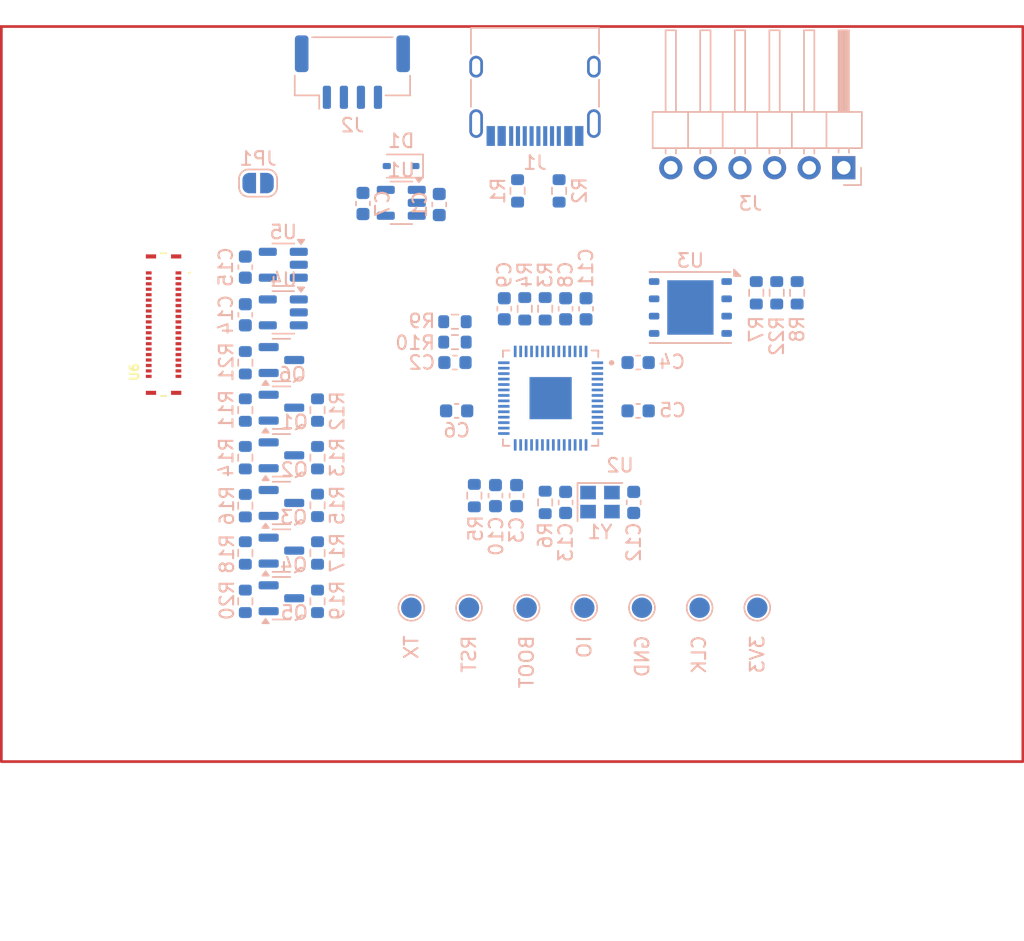
<source format=kicad_pcb>
(kicad_pcb (version 20240108) (generator "pcbnew") (generator_version "8.0")
  (layers (0 "F.Cu" signal) (31 "B.Cu" signal) (34 "B.Paste" user) (35 "F.Paste" user) (36 "B.SilkS" user "B.Silkscreen") (37 "F.SilkS" user "F.Silkscreen") (38 "B.Mask" user) (39 "F.Mask" user) (44 "Edge.Cuts" user))
  (net 0 "")
  (net 1 "+5V")
  (net 2 "GND")
  (net 3 "+3V3")
  (net 4 "Net-(U2-VREG_VOUT)")
  (net 5 "Net-(U2-XIN)")
  (net 6 "Net-(C13-Pad2)")
  (net 7 "+1V8")
  (net 8 "+2V8")
  (net 9 "/USB_D+")
  (net 10 "/USB_D-")
  (net 11 "Net-(J1-CC1)")
  (net 13 "Net-(J1-CC2)")
  (net 15 "/SCL")
  (net 16 "/SDA")
  (net 17 "/INT")
  (net 19 "Net-(JP1-B)")
  (net 20 "/Keyborad/TP_SHUTDOWN_1V8")
  (net 21 "/TP_SHUTDOWN")
  (net 22 "/Keyborad/TP_SCL_1V8")
  (net 23 "/TP_SCL")
  (net 24 "/Keyborad/TP_MOTION_1V8")
  (net 25 "/TP_MOTION")
  (net 26 "/TP_SDA")
  (net 27 "/Keyborad/TP_SDA_1V8")
  (net 28 "/Keyborad/TP_RESET_1V8")
  (net 29 "/TP_RESET")
  (net 30 "/BACKLIGHT")
  (net 31 "Net-(U2-USB_DP)")
  (net 32 "Net-(U2-USB_DM)")
  (net 33 "/~{RESET}")
  (net 34 "Net-(U2-XOUT)")
  (net 35 "/~{QSPI_CS}")
  (net 36 "/BOOTSEL")
  (net 37 "/SWCLK")
  (net 38 "/SWDIO")
  (net 39 "/TX")
  (net 41 "/COL1")
  (net 42 "/QSPI_SD3")
  (net 44 "/QSPI_SD0")
  (net 45 "/QSPI_SD1")
  (net 46 "/ROW1")
  (net 47 "/ROW6")
  (net 48 "/ROW7")
  (net 49 "/QSPI_SD2")
  (net 50 "/COL2")
  (net 52 "/COL5")
  (net 56 "/ROW2")
  (net 57 "/ROW5")
  (net 59 "/ROW3")
  (net 60 "/COL6")
  (net 61 "/COL4")
  (net 62 "/COL3")
  (net 63 "/MIC")
  (net 64 "/QSPI_SCLK")
  (net 65 "/ROW4")
  (net 68 "Net-(Q6-D)")
  (footprint "BM20B_0:HRS_BM20B_0.8_-40DS-0.4V_51_" (layer "F.Cu") (at 67.41 70.4 90)
    (property "Reference" "U6" (at -3.49 -2.15 90) (layer "F.SilkS") (effects (font (size 0.629921 0.629921))))
    (property "Value" "BBQ20KBD")
    (pad "1" smd rect (at 3.8 1.09 90) (size 0.23 0.42) (layers "F.Cu") (net 2 "GND"))
    (pad "2" smd rect (at 3.8 -1.09 90) (size 0.23 0.42) (layers "F.Cu") (net 20 "/Keyborad/TP_SHUTDOWN_1V8"))
    (pad "3" smd rect (at 3.4 1.09 90) (size 0.23 0.42) (layers "F.Cu") (net 22 "/Keyborad/TP_SCL_1V8"))
    (pad "4" smd rect (at 3.4 -1.09 90) (size 0.23 0.42) (layers "F.Cu") (net 24 "/Keyborad/TP_MOTION_1V8"))
    (pad "5" smd rect (at 3 1.09 90) (size 0.23 0.42) (layers "F.Cu") (net 27 "/Keyborad/TP_SDA_1V8"))
    (pad "6" smd rect (at 3 -1.09 90) (size 0.23 0.42) (layers "F.Cu") (net 28 "/Keyborad/TP_RESET_1V8"))
    (pad "7" smd rect (at 2.6 1.09 90) (size 0.23 0.42) (layers "F.Cu") (net 2 "GND"))
    (pad "8" smd rect (at 2.6 -1.09 90) (size 0.23 0.42) (layers "F.Cu") (net 8 "+2V8"))
    (pad "9" smd rect (at 2.2 1.09 90) (size 0.23 0.42) (layers "F.Cu") (net 2 "GND"))
    (pad "10" smd rect (at 2.2 -1.09 90) (size 0.23 0.42) (layers "F.Cu") (net 7 "+1V8"))
    (pad "11" smd rect (at 1.8 1.09 90) (size 0.23 0.42) (layers "F.Cu") (net 2 "GND"))
    (pad "12" smd rect (at 1.8 -1.09 90) (size 0.23 0.42) (layers "F.Cu") (net 41 "/COL1"))
    (pad "13" smd rect (at 1.4 1.09 90) (size 0.23 0.42) (layers "F.Cu") (net 50 "/COL2"))
    (pad "14" smd rect (at 1.4 -1.09 90) (size 0.23 0.42) (layers "F.Cu") (net 62 "/COL3"))
    (pad "15" smd rect (at 1 1.09 90) (size 0.23 0.42) (layers "F.Cu") (net 61 "/COL4"))
    (pad "16" smd rect (at 1 -1.09 90) (size 0.23 0.42) (layers "F.Cu") (net 52 "/COL5"))
    (pad "17" smd rect (at 0.6 1.09 90) (size 0.23 0.42) (layers "F.Cu") (net 60 "/COL6"))
    (pad "18" smd rect (at 0.6 -1.09 90) (size 0.23 0.42) (layers "F.Cu") (net 36 "/BOOTSEL"))
    (pad "19" smd rect (at 0.2 1.09 90) (size 0.23 0.42) (layers "F.Cu") (net 2 "GND"))
    (pad "20" smd rect (at 0.2 -1.09 90) (size 0.23 0.42) (layers "F.Cu") (net 2 "GND"))
    (pad "21" smd rect (at -0.2 1.09 90) (size 0.23 0.42) (layers "F.Cu") (net 2 "GND"))
    (pad "22" smd rect (at -0.2 -1.09 90) (size 0.23 0.42) (layers "F.Cu") (net 2 "GND"))
    (pad "23" smd rect (at -0.6 1.09 90) (size 0.23 0.42) (layers "F.Cu") (net 63 "/MIC"))
    (pad "24" smd rect (at -0.6 -1.09 90) (size 0.23 0.42) (layers "F.Cu") (net 19 "Net-(JP1-B)"))
    (pad "25" smd rect (at -1 1.09 90) (size 0.23 0.42) (layers "F.Cu") (net 2 "GND"))
    (pad "26" smd rect (at -1 -1.09 90) (size 0.23 0.42) (layers "F.Cu") (net 48 "/ROW7"))
    (pad "27" smd rect (at -1.4 1.09 90) (size 0.23 0.42) (layers "F.Cu") (net 47 "/ROW6"))
    (pad "28" smd rect (at -1.4 -1.09 90) (size 0.23 0.42) (layers "F.Cu") (net 57 "/ROW5"))
    (pad "29" smd rect (at -1.8 1.09 90) (size 0.23 0.42) (layers "F.Cu") (net 65 "/ROW4"))
    (pad "30" smd rect (at -1.8 -1.09 90) (size 0.23 0.42) (layers "F.Cu") (net 59 "/ROW3"))
    (pad "31" smd rect (at -2.2 1.09 90) (size 0.23 0.42) (layers "F.Cu") (net 56 "/ROW2"))
    (pad "32" smd rect (at -2.2 -1.09 90) (size 0.23 0.42) (layers "F.Cu") (net 46 "/ROW1"))
    (pad "33" smd rect (at -2.6 1.09 90) (size 0.23 0.42) (layers "F.Cu") (net 68 "Net-(Q6-D)"))
    (pad "34" smd rect (at -2.6 -1.09 90) (size 0.23 0.42) (layers "F.Cu") (net 3 "+3V3"))
    (pad "35" smd rect (at -3 1.09 90) (size 0.23 0.42) (layers "F.Cu") (net 68 "Net-(Q6-D)"))
    (pad "36" smd rect (at -3 -1.09 90) (size 0.23 0.42) (layers "F.Cu") (net 3 "+3V3"))
    (pad "37" smd rect (at -3.4 1.09 90) (size 0.23 0.42) (layers "F.Cu") (net 68 "Net-(Q6-D)"))
    (pad "38" smd rect (at -3.4 -1.09 90) (size 0.23 0.42) (layers "F.Cu"))
    (pad "39" smd rect (at -3.8 1.09 90) (size 0.23 0.42) (layers "F.Cu"))
    (pad "40" smd rect (at -3.8 -1.09 90) (size 0.23 0.42) (layers "F.Cu") (net 2 "GND"))
    (pad "S1" smd rect (at 5.01 0.925 90) (size 0.3 0.75) (layers "F.Cu" "F.Paste" "F.Mask"))
    (pad "S2" smd rect (at 5.01 -0.925 90) (size 0.3 0.75) (layers "F.Cu" "F.Paste" "F.Mask"))
    (pad "S3" smd rect (at -5.01 0.925 90) (size 0.3 0.75) (layers "F.Cu" "F.Paste" "F.Mask"))
    (pad "S4" smd rect (at -5.01 -0.925 90) (size 0.3 0.75) (layers "F.Cu" "F.Paste" "F.Mask"))
  )
  (footprint "RP2040:QFN40P700X700X90-57N" (layer "B.Cu") (at 95.8275 75.8 180)
    (property "Reference" "U2" (at -5.1 -4.935 0) (layer "B.SilkS") (effects (justify mirror)))
    (property "Value" "~")
    (pad "1" smd roundrect (at -3.435 2.6 180) (size 0.84 0.2) (layers "B.Cu" "B.Paste" "B.Mask") (roundrect_rratio 0.125) (net 3 "+3V3"))
    (pad "2" smd roundrect (at -3.435 2.2 180) (size 0.84 0.2) (layers "B.Cu" "B.Paste" "B.Mask") (roundrect_rratio 0.125) (net 17 "/INT"))
    (pad "3" smd roundrect (at -3.435 1.8 180) (size 0.84 0.2) (layers "B.Cu" "B.Paste" "B.Mask") (roundrect_rratio 0.125) (net 46 "/ROW1"))
    (pad "4" smd roundrect (at -3.435 1.4 180) (size 0.84 0.2) (layers "B.Cu" "B.Paste" "B.Mask") (roundrect_rratio 0.125) (net 56 "/ROW2"))
    (pad "5" smd roundrect (at -3.435 1 180) (size 0.84 0.2) (layers "B.Cu" "B.Paste" "B.Mask") (roundrect_rratio 0.125) (net 59 "/ROW3"))
    (pad "6" smd roundrect (at -3.435 0.6 180) (size 0.84 0.2) (layers "B.Cu" "B.Paste" "B.Mask") (roundrect_rratio 0.125) (net 65 "/ROW4"))
    (pad "7" smd roundrect (at -3.435 0.2 180) (size 0.84 0.2) (layers "B.Cu" "B.Paste" "B.Mask") (roundrect_rratio 0.125) (net 57 "/ROW5"))
    (pad "8" smd roundrect (at -3.435 -0.2 180) (size 0.84 0.2) (layers "B.Cu" "B.Paste" "B.Mask") (roundrect_rratio 0.125) (net 47 "/ROW6"))
    (pad "9" smd roundrect (at -3.435 -0.6 180) (size 0.84 0.2) (layers "B.Cu" "B.Paste" "B.Mask") (roundrect_rratio 0.125) (net 48 "/ROW7"))
    (pad "10" smd roundrect (at -3.435 -1 180) (size 0.84 0.2) (layers "B.Cu" "B.Paste" "B.Mask") (roundrect_rratio 0.125) (net 3 "+3V3"))
    (pad "11" smd roundrect (at -3.435 -1.4 180) (size 0.84 0.2) (layers "B.Cu" "B.Paste" "B.Mask") (roundrect_rratio 0.125) (net 41 "/COL1"))
    (pad "12" smd roundrect (at -3.435 -1.8 180) (size 0.84 0.2) (layers "B.Cu" "B.Paste" "B.Mask") (roundrect_rratio 0.125) (net 50 "/COL2"))
    (pad "13" smd roundrect (at -3.435 -2.2 180) (size 0.84 0.2) (layers "B.Cu" "B.Paste" "B.Mask") (roundrect_rratio 0.125) (net 62 "/COL3"))
    (pad "14" smd roundrect (at -3.435 -2.6 180) (size 0.84 0.2) (layers "B.Cu" "B.Paste" "B.Mask") (roundrect_rratio 0.125) (net 61 "/COL4"))
    (pad "15" smd roundrect (at -2.6 -3.435 180) (size 0.2 0.84) (layers "B.Cu" "B.Paste" "B.Mask") (roundrect_rratio 0.125) (net 52 "/COL5"))
    (pad "16" smd roundrect (at -2.2 -3.435 180) (size 0.2 0.84) (layers "B.Cu" "B.Paste" "B.Mask") (roundrect_rratio 0.125) (net 60 "/COL6"))
    (pad "17" smd roundrect (at -1.8 -3.435 180) (size 0.2 0.84) (layers "B.Cu" "B.Paste" "B.Mask") (roundrect_rratio 0.125) (net 36 "/BOOTSEL"))
    (pad "18" smd roundrect (at -1.4 -3.435 180) (size 0.2 0.84) (layers "B.Cu" "B.Paste" "B.Mask") (roundrect_rratio 0.125))
    (pad "19" smd roundrect (at -1 -3.435 180) (size 0.2 0.84) (layers "B.Cu" "B.Paste" "B.Mask") (roundrect_rratio 0.125))
    (pad "20" smd roundrect (at -0.6 -3.435 180) (size 0.2 0.84) (layers "B.Cu" "B.Paste" "B.Mask") (roundrect_rratio 0.125) (net 5 "Net-(U2-XIN)"))
    (pad "21" smd roundrect (at -0.2 -3.435 180) (size 0.2 0.84) (layers "B.Cu" "B.Paste" "B.Mask") (roundrect_rratio 0.125) (net 34 "Net-(U2-XOUT)"))
    (pad "22" smd roundrect (at 0.2 -3.435 180) (size 0.2 0.84) (layers "B.Cu" "B.Paste" "B.Mask") (roundrect_rratio 0.125) (net 3 "+3V3"))
    (pad "23" smd roundrect (at 0.6 -3.435 180) (size 0.2 0.84) (layers "B.Cu" "B.Paste" "B.Mask") (roundrect_rratio 0.125) (net 4 "Net-(U2-VREG_VOUT)"))
    (pad "24" smd roundrect (at 1 -3.435 180) (size 0.2 0.84) (layers "B.Cu" "B.Paste" "B.Mask") (roundrect_rratio 0.125) (net 37 "/SWCLK"))
    (pad "25" smd roundrect (at 1.4 -3.435 180) (size 0.2 0.84) (layers "B.Cu" "B.Paste" "B.Mask") (roundrect_rratio 0.125) (net 38 "/SWDIO"))
    (pad "26" smd roundrect (at 1.8 -3.435 180) (size 0.2 0.84) (layers "B.Cu" "B.Paste" "B.Mask") (roundrect_rratio 0.125) (net 33 "/~{RESET}"))
    (pad "27" smd roundrect (at 2.2 -3.435 180) (size 0.2 0.84) (layers "B.Cu" "B.Paste" "B.Mask") (roundrect_rratio 0.125) (net 29 "/TP_RESET"))
    (pad "28" smd roundrect (at 2.6 -3.435 180) (size 0.2 0.84) (layers "B.Cu" "B.Paste" "B.Mask") (roundrect_rratio 0.125))
    (pad "29" smd roundrect (at 3.435 -2.6 180) (size 0.84 0.2) (layers "B.Cu" "B.Paste" "B.Mask") (roundrect_rratio 0.125) (net 26 "/TP_SDA"))
    (pad "30" smd roundrect (at 3.435 -2.2 180) (size 0.84 0.2) (layers "B.Cu" "B.Paste" "B.Mask") (roundrect_rratio 0.125))
    (pad "31" smd roundrect (at 3.435 -1.8 180) (size 0.84 0.2) (layers "B.Cu" "B.Paste" "B.Mask") (roundrect_rratio 0.125) (net 39 "/TX"))
    (pad "32" smd roundrect (at 3.435 -1.4 180) (size 0.84 0.2) (layers "B.Cu" "B.Paste" "B.Mask") (roundrect_rratio 0.125))
    (pad "33" smd roundrect (at 3.435 -1 180) (size 0.84 0.2) (layers "B.Cu" "B.Paste" "B.Mask") (roundrect_rratio 0.125) (net 3 "+3V3"))
    (pad "34" smd roundrect (at 3.435 -0.6 180) (size 0.84 0.2) (layers "B.Cu" "B.Paste" "B.Mask") (roundrect_rratio 0.125) (net 25 "/TP_MOTION"))
    (pad "35" smd roundrect (at 3.435 -0.2 180) (size 0.84 0.2) (layers "B.Cu" "B.Paste" "B.Mask") (roundrect_rratio 0.125) (net 23 "/TP_SCL"))
    (pad "36" smd roundrect (at 3.435 0.2 180) (size 0.84 0.2) (layers "B.Cu" "B.Paste" "B.Mask") (roundrect_rratio 0.125) (net 21 "/TP_SHUTDOWN"))
    (pad "37" smd roundrect (at 3.435 0.6 180) (size 0.84 0.2) (layers "B.Cu" "B.Paste" "B.Mask") (roundrect_rratio 0.125) (net 30 "/BACKLIGHT"))
    (pad "38" smd roundrect (at 3.435 1 180) (size 0.84 0.2) (layers "B.Cu" "B.Paste" "B.Mask") (roundrect_rratio 0.125))
    (pad "39" smd roundrect (at 3.435 1.4 180) (size 0.84 0.2) (layers "B.Cu" "B.Paste" "B.Mask") (roundrect_rratio 0.125) (net 63 "/MIC"))
    (pad "40" smd roundrect (at 3.435 1.8 180) (size 0.84 0.2) (layers "B.Cu" "B.Paste" "B.Mask") (roundrect_rratio 0.125) (net 16 "/SDA"))
    (pad "41" smd roundrect (at 3.435 2.2 180) (size 0.84 0.2) (layers "B.Cu" "B.Paste" "B.Mask") (roundrect_rratio 0.125) (net 15 "/SCL"))
    (pad "42" smd roundrect (at 3.435 2.6 180) (size 0.84 0.2) (layers "B.Cu" "B.Paste" "B.Mask") (roundrect_rratio 0.125) (net 3 "+3V3"))
    (pad "43" smd roundrect (at 2.6 3.435 180) (size 0.2 0.84) (layers "B.Cu" "B.Paste" "B.Mask") (roundrect_rratio 0.125) (net 3 "+3V3"))
    (pad "44" smd roundrect (at 2.2 3.435 180) (size 0.2 0.84) (layers "B.Cu" "B.Paste" "B.Mask") (roundrect_rratio 0.125) (net 3 "+3V3"))
    (pad "45" smd roundrect (at 1.8 3.435 180) (size 0.2 0.84) (layers "B.Cu" "B.Paste" "B.Mask") (roundrect_rratio 0.125) (net 4 "Net-(U2-VREG_VOUT)"))
    (pad "46" smd roundrect (at 1.4 3.435 180) (size 0.2 0.84) (layers "B.Cu" "B.Paste" "B.Mask") (roundrect_rratio 0.125) (net 32 "Net-(U2-USB_DM)"))
    (pad "47" smd roundrect (at 1 3.435 180) (size 0.2 0.84) (layers "B.Cu" "B.Paste" "B.Mask") (roundrect_rratio 0.125) (net 31 "Net-(U2-USB_DP)"))
    (pad "48" smd roundrect (at 0.6 3.435 180) (size 0.2 0.84) (layers "B.Cu" "B.Paste" "B.Mask") (roundrect_rratio 0.125) (net 3 "+3V3"))
    (pad "49" smd roundrect (at 0.2 3.435 180) (size 0.2 0.84) (layers "B.Cu" "B.Paste" "B.Mask") (roundrect_rratio 0.125) (net 3 "+3V3"))
    (pad "50" smd roundrect (at -0.2 3.435 180) (size 0.2 0.84) (layers "B.Cu" "B.Paste" "B.Mask") (roundrect_rratio 0.125) (net 4 "Net-(U2-VREG_VOUT)"))
    (pad "51" smd roundrect (at -0.6 3.435 180) (size 0.2 0.84) (layers "B.Cu" "B.Paste" "B.Mask") (roundrect_rratio 0.125) (net 42 "/QSPI_SD3"))
    (pad "52" smd roundrect (at -1 3.435 180) (size 0.2 0.84) (layers "B.Cu" "B.Paste" "B.Mask") (roundrect_rratio 0.125) (net 64 "/QSPI_SCLK"))
    (pad "53" smd roundrect (at -1.4 3.435 180) (size 0.2 0.84) (layers "B.Cu" "B.Paste" "B.Mask") (roundrect_rratio 0.125) (net 44 "/QSPI_SD0"))
    (pad "54" smd roundrect (at -1.8 3.435 180) (size 0.2 0.84) (layers "B.Cu" "B.Paste" "B.Mask") (roundrect_rratio 0.125) (net 49 "/QSPI_SD2"))
    (pad "55" smd roundrect (at -2.2 3.435 180) (size 0.2 0.84) (layers "B.Cu" "B.Paste" "B.Mask") (roundrect_rratio 0.125) (net 45 "/QSPI_SD1"))
    (pad "56" smd roundrect (at -2.6 3.435 180) (size 0.2 0.84) (layers "B.Cu" "B.Paste" "B.Mask") (roundrect_rratio 0.125) (net 35 "/~{QSPI_CS}"))
    (pad "57" smd rect (at 0 0 180) (size 3.1 3.1) (layers "B.Cu" "B.Mask") (net 2 "GND"))
  )
  (footprint "Resistor_SMD:R_0603_1608Metric" (layer "B.Cu") (at 112.4275 68.06 90)
    (property "Reference" "R22" (at -3.175 0 90) (layer "B.SilkS") (effects (justify mirror)))
    (property "Value" "1k")
    (pad "1" smd roundrect (at -0.825 0 90) (size 0.8 0.95) (layers "B.Cu" "B.Paste" "B.Mask") (net 36 "/BOOTSEL"))
    (pad "2" smd roundrect (at 0.825 0 90) (size 0.8 0.95) (layers "B.Cu" "B.Paste" "B.Mask") (net 35 "/~{QSPI_CS}"))
  )
  (footprint "Package_TO_SOT_SMD:SOT-23" (layer "B.Cu") (at 76.0625 80)
    (property "Reference" "Q2" (at 0.95 1.05 0) (layer "B.SilkS") (effects (justify mirror)))
    (property "Value" "BSS138")
    (pad "1" smd roundrect (at -0.9375 0.95) (size 1.475 0.6) (layers "B.Cu" "B.Paste" "B.Mask") (net 7 "+1V8"))
    (pad "2" smd roundrect (at -0.9375 -0.95) (size 1.475 0.6) (layers "B.Cu" "B.Paste" "B.Mask") (net 22 "/Keyborad/TP_SCL_1V8"))
    (pad "3" smd roundrect (at 0.9375 0) (size 1.475 0.6) (layers "B.Cu" "B.Paste" "B.Mask") (net 23 "/TP_SCL"))
  )
  (footprint "Jumper:SolderJumper-2_P1.3mm_Open_RoundedPad1.0x1.5mm" (layer "B.Cu") (at 74.35 60 180)
    (property "Reference" "JP1" (at 0 1.8 0) (layer "B.SilkS") (effects (justify mirror)))
    (property "Value" "SolderJumper_2_Open")
    (pad "1" smd custom (at -0.65 0 180) (size 1 0.5) (layers "B.Cu" "B.Mask") (net 3 "+3V3") (options (clearance outline) (anchor rect)) (primitives (gr_circle (center 0 -0.25) (end 0.5 -0.25) (width 0) (fill yes)) (gr_circle (center 0 0.25) (end 0.5 0.25) (width 0) (fill yes)) (gr_poly (pts (xy 0.5 -0.75) (xy 0 -0.75) (xy 0 0.75) (xy 0.5 0.75)) (width 0) (fill yes))))
    (pad "2" smd custom (at 0.65 0 180) (size 1 0.5) (layers "B.Cu" "B.Mask") (net 19 "Net-(JP1-B)") (options (clearance outline) (anchor rect)) (primitives (gr_circle (center 0 -0.25) (end 0.5 -0.25) (width 0) (fill yes)) (gr_circle (center 0 0.25) (end 0.5 0.25) (width 0) (fill yes)) (gr_poly (pts (xy 0 -0.75) (xy -0.5 -0.75) (xy -0.5 0.75) (xy 0 0.75)) (width 0) (fill yes))))
  )
  (footprint "Capacitor_SMD:C_0603_1608Metric" (layer "B.Cu") (at 88.9275 76.735)
    (property "Reference" "C6" (at 0 1.43 0) (layer "B.SilkS") (effects (justify mirror)))
    (property "Value" "0.1uF")
    (pad "1" smd roundrect (at -0.775 0) (size 0.9 0.95) (layers "B.Cu" "B.Paste" "B.Mask") (net 2 "GND"))
    (pad "2" smd roundrect (at 0.775 0) (size 0.9 0.95) (layers "B.Cu" "B.Paste" "B.Mask") (net 3 "+3V3"))
  )
  (footprint "Resistor_SMD:R_0603_1608Metric" (layer "B.Cu") (at 95.4275 83.46 90)
    (property "Reference" "R6" (at -2.425 0 90) (layer "B.SilkS") (effects (justify mirror)))
    (property "Value" "1k")
    (pad "1" smd roundrect (at -0.825 0 90) (size 0.8 0.95) (layers "B.Cu" "B.Paste" "B.Mask") (net 6 "Net-(C13-Pad2)"))
    (pad "2" smd roundrect (at 0.825 0 90) (size 0.8 0.95) (layers "B.Cu" "B.Paste" "B.Mask") (net 34 "Net-(U2-XOUT)"))
  )
  (footprint "Resistor_SMD:R_0603_1608Metric" (layer "B.Cu") (at 73.4125 90.725 90)
    (property "Reference" "R20" (at 0.075 -1.35 90) (layer "B.SilkS") (effects (justify mirror)))
    (property "Value" "10k")
    (pad "1" smd roundrect (at -0.825 0 90) (size 0.8 0.95) (layers "B.Cu" "B.Paste" "B.Mask") (net 7 "+1V8"))
    (pad "2" smd roundrect (at 0.825 0 90) (size 0.8 0.95) (layers "B.Cu" "B.Paste" "B.Mask") (net 28 "/Keyborad/TP_RESET_1V8"))
  )
  (footprint "Capacitor_SMD:C_0603_1608Metric" (layer "B.Cu") (at 82.05 61.5 90)
    (property "Reference" "C7" (at 0 1.43 90) (layer "B.SilkS") (effects (justify mirror)))
    (property "Value" "0.1uF")
    (pad "1" smd roundrect (at -0.775 0 90) (size 0.9 0.95) (layers "B.Cu" "B.Paste" "B.Mask") (net 2 "GND"))
    (pad "2" smd roundrect (at 0.775 0 90) (size 0.9 0.95) (layers "B.Cu" "B.Paste" "B.Mask") (net 3 "+3V3"))
  )
  (footprint "Capacitor_SMD:C_0603_1608Metric" (layer "B.Cu") (at 96.9275 69.235 -90)
    (property "Reference" "C8" (at -2.5 0 90) (layer "B.SilkS") (effects (justify mirror)))
    (property "Value" "1uF")
    (pad "1" smd roundrect (at -0.775 0 270) (size 0.9 0.95) (layers "B.Cu" "B.Paste" "B.Mask") (net 2 "GND"))
    (pad "2" smd roundrect (at 0.775 0 270) (size 0.9 0.95) (layers "B.Cu" "B.Paste" "B.Mask") (net 3 "+3V3"))
  )
  (footprint "Package_TO_SOT_SMD:SOT-23" (layer "B.Cu") (at 76.0625 76.5)
    (property "Reference" "Q1" (at 0.95 1.05 0) (layer "B.SilkS") (effects (justify mirror)))
    (property "Value" "BSS138")
    (pad "1" smd roundrect (at -0.9375 0.95) (size 1.475 0.6) (layers "B.Cu" "B.Paste" "B.Mask") (net 7 "+1V8"))
    (pad "2" smd roundrect (at -0.9375 -0.95) (size 1.475 0.6) (layers "B.Cu" "B.Paste" "B.Mask") (net 20 "/Keyborad/TP_SHUTDOWN_1V8"))
    (pad "3" smd roundrect (at 0.9375 0) (size 1.475 0.6) (layers "B.Cu" "B.Paste" "B.Mask") (net 21 "/TP_SHUTDOWN"))
  )
  (footprint "Capacitor_SMD:C_0603_1608Metric" (layer "B.Cu") (at 87.65 61.575 -90)
    (property "Reference" "C1" (at 0 1.43 90) (layer "B.SilkS") (effects (justify mirror)))
    (property "Value" "10uF")
    (pad "1" smd roundrect (at -0.775 0 270) (size 0.9 0.95) (layers "B.Cu" "B.Paste" "B.Mask") (net 1 "+5V"))
    (pad "2" smd roundrect (at 0.775 0 270) (size 0.9 0.95) (layers "B.Cu" "B.Paste" "B.Mask") (net 2 "GND"))
  )
  (footprint "Package_SON:WSON-8-1EP_6x5mm_P1.27mm_EP3.4x4mm" (layer "B.Cu") (at 106.09 69.14 180)
    (property "Reference" "U3" (at 0 3.45 0) (layer "B.SilkS") (effects (justify mirror)))
    (property "Value" "W25Q64JV")
    (pad "1" smd roundrect (at -2.6625 1.905 180) (size 0.775 0.5) (layers "B.Cu" "B.Paste" "B.Mask") (net 35 "/~{QSPI_CS}"))
    (pad "2" smd roundrect (at -2.6625 0.635 180) (size 0.775 0.5) (layers "B.Cu" "B.Paste" "B.Mask") (net 45 "/QSPI_SD1"))
    (pad "3" smd roundrect (at -2.6625 -0.635 180) (size 0.775 0.5) (layers "B.Cu" "B.Paste" "B.Mask") (net 49 "/QSPI_SD2"))
    (pad "4" smd roundrect (at -2.6625 -1.905 180) (size 0.775 0.5) (layers "B.Cu" "B.Paste" "B.Mask") (net 2 "GND"))
    (pad "5" smd roundrect (at 2.6625 -1.905 180) (size 0.775 0.5) (layers "B.Cu" "B.Paste" "B.Mask") (net 44 "/QSPI_SD0"))
    (pad "6" smd roundrect (at 2.6625 -0.635 180) (size 0.775 0.5) (layers "B.Cu" "B.Paste" "B.Mask") (net 64 "/QSPI_SCLK"))
    (pad "7" smd roundrect (at 2.6625 0.635 180) (size 0.775 0.5) (layers "B.Cu" "B.Paste" "B.Mask") (net 42 "/QSPI_SD3"))
    (pad "8" smd roundrect (at 2.6625 1.905 180) (size 0.775 0.5) (layers "B.Cu" "B.Paste" "B.Mask") (net 3 "+3V3"))
    (pad "9" smd rect (at 0 0 180) (size 3.4 4) (property pad_prop_heatsink) (layers "B.Cu" "B.Mask") (net 2 "GND"))
  )
  (footprint "Package_TO_SOT_SMD:SOT-23" (layer "B.Cu") (at 76.0625 87)
    (property "Reference" "Q4" (at 0.9 1.05 0) (layer "B.SilkS") (effects (justify mirror)))
    (property "Value" "BSS138")
    (pad "1" smd roundrect (at -0.9375 0.95) (size 1.475 0.6) (layers "B.Cu" "B.Paste" "B.Mask") (net 7 "+1V8"))
    (pad "2" smd roundrect (at -0.9375 -0.95) (size 1.475 0.6) (layers "B.Cu" "B.Paste" "B.Mask") (net 27 "/Keyborad/TP_SDA_1V8"))
    (pad "3" smd roundrect (at 0.9375 0) (size 1.475 0.6) (layers "B.Cu" "B.Paste" "B.Mask") (net 26 "/TP_SDA"))
  )
  (footprint "Resistor_SMD:R_0603_1608Metric" (layer "B.Cu") (at 113.9275 68.06 -90)
    (property "Reference" "R8" (at 2.675 0 90) (layer "B.SilkS") (effects (justify mirror)))
    (property "Value" "4.7k")
    (pad "1" smd roundrect (at -0.825 0 270) (size 0.8 0.95) (layers "B.Cu" "B.Paste" "B.Mask") (net 3 "+3V3"))
    (pad "2" smd roundrect (at 0.825 0 270) (size 0.8 0.95) (layers "B.Cu" "B.Paste" "B.Mask") (net 17 "/INT"))
  )
  (footprint "Package_TO_SOT_SMD:SOT-23" (layer "B.Cu") (at 76.0625 90.5)
    (property "Reference" "Q5" (at 0.95 1.05 0) (layer "B.SilkS") (effects (justify mirror)))
    (property "Value" "BSS138")
    (pad "1" smd roundrect (at -0.9375 0.95) (size 1.475 0.6) (layers "B.Cu" "B.Paste" "B.Mask") (net 7 "+1V8"))
    (pad "2" smd roundrect (at -0.9375 -0.95) (size 1.475 0.6) (layers "B.Cu" "B.Paste" "B.Mask") (net 28 "/Keyborad/TP_RESET_1V8"))
    (pad "3" smd roundrect (at 0.9375 0) (size 1.475 0.6) (layers "B.Cu" "B.Paste" "B.Mask") (net 29 "/TP_RESET"))
  )
  (footprint "Package_TO_SOT_SMD:SOT-23-5" (layer "B.Cu") (at 76.2 69.5 180)
    (property "Reference" "U4" (at 0 2.4 0) (layer "B.SilkS") (effects (justify mirror)))
    (property "Value" "ME6212C18M5G")
    (pad "1" smd roundrect (at -1.1375 0.95 180) (size 1.325 0.6) (layers "B.Cu" "B.Paste" "B.Mask") (net 3 "+3V3"))
    (pad "2" smd roundrect (at -1.1375 0 180) (size 1.325 0.6) (layers "B.Cu" "B.Paste" "B.Mask") (net 2 "GND"))
    (pad "3" smd roundrect (at -1.1375 -0.95 180) (size 1.325 0.6) (layers "B.Cu" "B.Paste" "B.Mask") (net 3 "+3V3"))
    (pad "4" smd roundrect (at 1.1375 -0.95 180) (size 1.325 0.6) (layers "B.Cu" "B.Paste" "B.Mask"))
    (pad "5" smd roundrect (at 1.1375 0.95 180) (size 1.325 0.6) (layers "B.Cu" "B.Paste" "B.Mask") (net 7 "+1V8"))
  )
  (footprint "Capacitor_SMD:C_0603_1608Metric" (layer "B.Cu") (at 98.4275 69.235 -90)
    (property "Reference" "C11" (at -3 0 90) (layer "B.SilkS") (effects (justify mirror)))
    (property "Value" "1uF")
    (pad "1" smd roundrect (at -0.775 0 270) (size 0.9 0.95) (layers "B.Cu" "B.Paste" "B.Mask") (net 4 "Net-(U2-VREG_VOUT)"))
    (pad "2" smd roundrect (at 0.775 0 270) (size 0.9 0.95) (layers "B.Cu" "B.Paste" "B.Mask") (net 2 "GND"))
  )
  (footprint "Resistor_SMD:R_0603_1608Metric" (layer "B.Cu") (at 78.7125 87.175 -90)
    (property "Reference" "R17" (at -0.025 -1.45 90) (layer "B.SilkS") (effects (justify mirror)))
    (property "Value" "10k")
    (pad "1" smd roundrect (at -0.825 0 270) (size 0.8 0.95) (layers "B.Cu" "B.Paste" "B.Mask") (net 3 "+3V3"))
    (pad "2" smd roundrect (at 0.825 0 270) (size 0.8 0.95) (layers "B.Cu" "B.Paste" "B.Mask") (net 26 "/TP_SDA"))
  )
  (footprint "Diode_SMD:D_SOD-323" (layer "B.Cu") (at 84.85 58.75 180)
    (property "Reference" "D1" (at 0 1.85 0) (layer "B.SilkS") (effects (justify mirror)))
    (property "Value" "D_Schottky_Small")
    (pad "1" smd roundrect (at -1.05 0 180) (size 0.6 0.45) (layers "B.Cu" "B.Paste" "B.Mask") (net 1 "+5V"))
    (pad "2" smd roundrect (at 1.05 0 180) (size 0.6 0.45) (layers "B.Cu" "B.Paste" "B.Mask") (net 3 "+3V3"))
  )
  (footprint "Resistor_SMD:R_0603_1608Metric" (layer "B.Cu") (at 95.4275 69.235 -90)
    (property "Reference" "R3" (at -2.5 0 90) (layer "B.SilkS") (effects (justify mirror)))
    (property "Value" "27R" (hide yes))
    (pad "1" smd roundrect (at -0.825 0 270) (size 0.8 0.95) (layers "B.Cu" "B.Paste" "B.Mask") (net 9 "/USB_D+"))
    (pad "2" smd roundrect (at 0.825 0 270) (size 0.8 0.95) (layers "B.Cu" "B.Paste" "B.Mask") (net 31 "Net-(U2-USB_DP)"))
  )
  (footprint "Resistor_SMD:R_0603_1608Metric" (layer "B.Cu") (at 78.7125 90.725 -90)
    (property "Reference" "R19" (at -0.075 -1.45 90) (layer "B.SilkS") (effects (justify mirror)))
    (property "Value" "10k")
    (pad "1" smd roundrect (at -0.825 0 270) (size 0.8 0.95) (layers "B.Cu" "B.Paste" "B.Mask") (net 3 "+3V3"))
    (pad "2" smd roundrect (at 0.825 0 270) (size 0.8 0.95) (layers "B.Cu" "B.Paste" "B.Mask") (net 29 "/TP_RESET"))
  )
  (footprint "Resistor_SMD:R_0603_1608Metric" (layer "B.Cu") (at 73.4125 80.175 90)
    (property "Reference" "R14" (at 0.025 -1.4 90) (layer "B.SilkS") (effects (justify mirror)))
    (property "Value" "10k")
    (pad "1" smd roundrect (at -0.825 0 90) (size 0.8 0.95) (layers "B.Cu" "B.Paste" "B.Mask") (net 7 "+1V8"))
    (pad "2" smd roundrect (at 0.825 0 90) (size 0.8 0.95) (layers "B.Cu" "B.Paste" "B.Mask") (net 22 "/Keyborad/TP_SCL_1V8"))
  )
  (footprint "Capacitor_SMD:C_0603_1608Metric" (layer "B.Cu") (at 102.2525 73.185 180)
    (property "Reference" "C4" (at -2.475 0.05 0) (layer "B.SilkS") (effects (justify mirror)))
    (property "Value" "0.1uF")
    (pad "1" smd roundrect (at -0.775 0 180) (size 0.9 0.95) (layers "B.Cu" "B.Paste" "B.Mask") (net 2 "GND"))
    (pad "2" smd roundrect (at 0.775 0 180) (size 0.9 0.95) (layers "B.Cu" "B.Paste" "B.Mask") (net 3 "+3V3"))
  )
  (footprint "Capacitor_SMD:C_0603_1608Metric" (layer "B.Cu") (at 73.4125 66.175 -90)
    (property "Reference" "C15" (at 0 1.43 90) (layer "B.SilkS") (effects (justify mirror)))
    (property "Value" "0.1uF")
    (pad "1" smd roundrect (at -0.775 0 270) (size 0.9 0.95) (layers "B.Cu" "B.Paste" "B.Mask") (net 8 "+2V8"))
    (pad "2" smd roundrect (at 0.775 0 270) (size 0.9 0.95) (layers "B.Cu" "B.Paste" "B.Mask") (net 2 "GND"))
  )
  (footprint "Resistor_SMD:R_0603_1608Metric" (layer "B.Cu") (at 73.4125 73.2 90)
    (property "Reference" "R21" (at 0.05 -1.4 90) (layer "B.SilkS") (effects (justify mirror)))
    (property "Value" "10k")
    (pad "1" smd roundrect (at -0.825 0 90) (size 0.8 0.95) (layers "B.Cu" "B.Paste" "B.Mask") (net 30 "/BACKLIGHT"))
    (pad "2" smd roundrect (at 0.825 0 90) (size 0.8 0.95) (layers "B.Cu" "B.Paste" "B.Mask") (net 2 "GND"))
  )
  (footprint "Capacitor_SMD:C_0603_1608Metric" (layer "B.Cu") (at 96.9275 83.46 90)
    (property "Reference" "C13" (at -2.925 0 90) (layer "B.SilkS") (effects (justify mirror)))
    (property "Value" "12pF")
    (pad "1" smd roundrect (at -0.775 0 90) (size 0.9 0.95) (layers "B.Cu" "B.Paste" "B.Mask") (net 2 "GND"))
    (pad "2" smd roundrect (at 0.775 0 90) (size 0.9 0.95) (layers "B.Cu" "B.Paste" "B.Mask") (net 6 "Net-(C13-Pad2)"))
  )
  (footprint "Connector_PinHeader_2.54mm:PinHeader_1x06_P2.54mm_Horizontal" (layer "B.Cu") (at 117.35 58.875 90)
    (property "Reference" "J3" (at -2.625 -6.85 0) (layer "B.SilkS") (effects (justify mirror)))
    (property "Value" "Conn_01x06")
    (pad "1" thru_hole rect (at 0 0 90) (size 1.7 1.7) (drill 1) (layers "*.Cu" "*.Mask") (net 3 "+3V3"))
    (pad "2" thru_hole oval (at 0 -2.54 90) (size 1.7 1.7) (drill 1) (layers "*.Cu" "*.Mask") (net 2 "GND"))
    (pad "3" thru_hole oval (at 0 -5.08 90) (size 1.7 1.7) (drill 1) (layers "*.Cu" "*.Mask") (net 16 "/SDA"))
    (pad "4" thru_hole oval (at 0 -7.62 90) (size 1.7 1.7) (drill 1) (layers "*.Cu" "*.Mask") (net 15 "/SCL"))
    (pad "5" thru_hole oval (at 0 -10.16 90) (size 1.7 1.7) (drill 1) (layers "*.Cu" "*.Mask"))
    (pad "6" thru_hole oval (at 0 -12.7 90) (size 1.7 1.7) (drill 1) (layers "*.Cu" "*.Mask") (net 17 "/INT"))
  )
  (footprint "Resistor_SMD:R_0603_1608Metric" (layer "B.Cu") (at 93.4 60.575 -90)
    (property "Reference" "R1" (at 0 1.43 90) (layer "B.SilkS") (effects (justify mirror)))
    (property "Value" "5.1k")
    (pad "1" smd roundrect (at -0.825 0 270) (size 0.8 0.95) (layers "B.Cu" "B.Paste" "B.Mask") (net 11 "Net-(J1-CC1)"))
    (pad "2" smd roundrect (at 0.825 0 270) (size 0.8 0.95) (layers "B.Cu" "B.Paste" "B.Mask") (net 2 "GND"))
  )
  (footprint "Crystal:Crystal_SMD_2520-4Pin_2.5x2.0mm" (layer "B.Cu") (at 99.4525 83.435)
    (property "Reference" "Y1" (at 0 2.2 0) (layer "B.SilkS") (effects (justify mirror)))
    (property "Value" "Crystal_GND24_Small")
    (pad "1" smd rect (at -0.875 -0.7) (size 1.15 1) (layers "B.Cu" "B.Paste" "B.Mask") (net 6 "Net-(C13-Pad2)"))
    (pad "2" smd rect (at 0.875 -0.7) (size 1.15 1) (layers "B.Cu" "B.Paste" "B.Mask") (net 2 "GND"))
    (pad "3" smd rect (at 0.875 0.7) (size 1.15 1) (layers "B.Cu" "B.Paste" "B.Mask") (net 5 "Net-(U2-XIN)"))
    (pad "4" smd rect (at -0.875 0.7) (size 1.15 1) (layers "B.Cu" "B.Paste" "B.Mask") (net 2 "GND"))
  )
  (footprint "Capacitor_SMD:C_0603_1608Metric" (layer "B.Cu") (at 92.4275 69.235 90)
    (property "Reference" "C9" (at 2.5 0 90) (layer "B.SilkS") (effects (justify mirror)))
    (property "Value" "0.1uF")
    (pad "1" smd roundrect (at -0.775 0 90) (size 0.9 0.95) (layers "B.Cu" "B.Paste" "B.Mask") (net 4 "Net-(U2-VREG_VOUT)"))
    (pad "2" smd roundrect (at 0.775 0 90) (size 0.9 0.95) (layers "B.Cu" "B.Paste" "B.Mask") (net 2 "GND"))
  )
  (footprint "Resistor_SMD:R_0603_1608Metric" (layer "B.Cu") (at 78.7125 83.675 -90)
    (property "Reference" "R15" (at 0 -1.45 90) (layer "B.SilkS") (effects (justify mirror)))
    (property "Value" "10k")
    (pad "1" smd roundrect (at -0.825 0 270) (size 0.8 0.95) (layers "B.Cu" "B.Paste" "B.Mask") (net 3 "+3V3"))
    (pad "2" smd roundrect (at 0.825 0 270) (size 0.8 0.95) (layers "B.Cu" "B.Paste" "B.Mask") (net 25 "/TP_MOTION"))
  )
  (footprint "Resistor_SMD:R_0603_1608Metric" (layer "B.Cu") (at 90.2275 82.96 90)
    (property "Reference" "R5" (at -2.425 0.1 90) (layer "B.SilkS") (effects (justify mirror)))
    (property "Value" "10k")
    (pad "1" smd roundrect (at -0.825 0 90) (size 0.8 0.95) (layers "B.Cu" "B.Paste" "B.Mask") (net 3 "+3V3"))
    (pad "2" smd roundrect (at 0.825 0 90) (size 0.8 0.95) (layers "B.Cu" "B.Paste" "B.Mask") (net 33 "/~{RESET}"))
  )
  (footprint "Capacitor_SMD:C_0603_1608Metric" (layer "B.Cu") (at 102.2525 76.735 180)
    (property "Reference" "C5" (at -2.525 0.05 0) (layer "B.SilkS") (effects (justify mirror)))
    (property "Value" "0.1uF")
    (pad "1" smd roundrect (at -0.775 0 180) (size 0.9 0.95) (layers "B.Cu" "B.Paste" "B.Mask") (net 2 "GND"))
    (pad "2" smd roundrect (at 0.775 0 180) (size 0.9 0.95) (layers "B.Cu" "B.Paste" "B.Mask") (net 3 "+3V3"))
  )
  (footprint "Resistor_SMD:R_0603_1608Metric" (layer "B.Cu") (at 78.7125 80.175 -90)
    (property "Reference" "R13" (at -0.025 -1.45 90) (layer "B.SilkS") (effects (justify mirror)))
    (property "Value" "10k")
    (pad "1" smd roundrect (at -0.825 0 270) (size 0.8 0.95) (layers "B.Cu" "B.Paste" "B.Mask") (net 3 "+3V3"))
    (pad "2" smd roundrect (at 0.825 0 270) (size 0.8 0.95) (layers "B.Cu" "B.Paste" "B.Mask") (net 23 "/TP_SCL"))
  )
  (footprint "TestPoint:TestPoint_Pad_D1.5mm" (layer "B.Cu") (at 89.833333 91.2 90)
    (property "Reference" "RST" (at -3.4 0 270) (layer "B.SilkS") (effects (justify mirror)))
    (property "Value" "TestPoint")
    (pad "1" smd circle (at 0 0 90) (size 1.5 1.5) (layers "B.Cu" "B.Mask") (net 33 "/~{RESET}"))
  )
  (footprint "Capacitor_SMD:C_0603_1608Metric" (layer "B.Cu") (at 73.4125 69.675 -90)
    (property "Reference" "C14" (at 0 1.43 90) (layer "B.SilkS") (effects (justify mirror)))
    (property "Value" "0.1uF")
    (pad "1" smd roundrect (at -0.775 0 270) (size 0.9 0.95) (layers "B.Cu" "B.Paste" "B.Mask") (net 7 "+1V8"))
    (pad "2" smd roundrect (at 0.775 0 270) (size 0.9 0.95) (layers "B.Cu" "B.Paste" "B.Mask") (net 2 "GND"))
  )
  (footprint "Package_TO_SOT_SMD:SOT-23-5" (layer "B.Cu") (at 76.2 66 180)
    (property "Reference" "U5" (at 0 2.4 0) (layer "B.SilkS") (effects (justify mirror)))
    (property "Value" "ME6212C28M5G")
    (pad "1" smd roundrect (at -1.1375 0.95 180) (size 1.325 0.6) (layers "B.Cu" "B.Paste" "B.Mask") (net 3 "+3V3"))
    (pad "2" smd roundrect (at -1.1375 0 180) (size 1.325 0.6) (layers "B.Cu" "B.Paste" "B.Mask") (net 2 "GND"))
    (pad "3" smd roundrect (at -1.1375 -0.95 180) (size 1.325 0.6) (layers "B.Cu" "B.Paste" "B.Mask") (net 3 "+3V3"))
    (pad "4" smd roundrect (at 1.1375 -0.95 180) (size 1.325 0.6) (layers "B.Cu" "B.Paste" "B.Mask"))
    (pad "5" smd roundrect (at 1.1375 0.95 180) (size 1.325 0.6) (layers "B.Cu" "B.Paste" "B.Mask") (net 8 "+2V8"))
  )
  (footprint "Resistor_SMD:R_0603_1608Metric" (layer "B.Cu") (at 78.7125 76.675 -90)
    (property "Reference" "R12" (at 0.075 -1.45 90) (layer "B.SilkS") (effects (justify mirror)))
    (property "Value" "10k")
    (pad "1" smd roundrect (at -0.825 0 270) (size 0.8 0.95) (layers "B.Cu" "B.Paste" "B.Mask") (net 3 "+3V3"))
    (pad "2" smd roundrect (at 0.825 0 270) (size 0.8 0.95) (layers "B.Cu" "B.Paste" "B.Mask") (net 21 "/TP_SHUTDOWN"))
  )
  (footprint "Resistor_SMD:R_0603_1608Metric" (layer "B.Cu") (at 110.9275 68.06 -90)
    (property "Reference" "R7" (at 2.675 0 90) (layer "B.SilkS") (effects (justify mirror)))
    (property "Value" "10k")
    (pad "1" smd roundrect (at -0.825 0 270) (size 0.8 0.95) (layers "B.Cu" "B.Paste" "B.Mask") (net 3 "+3V3"))
    (pad "2" smd roundrect (at 0.825 0 270) (size 0.8 0.95) (layers "B.Cu" "B.Paste" "B.Mask") (net 35 "/~{QSPI_CS}"))
  )
  (footprint "Resistor_SMD:R_0603_1608Metric" (layer "B.Cu") (at 88.8025 71.685 180)
    (property "Reference" "R10" (at 2.925 -0.05 0) (layer "B.SilkS") (effects (justify mirror)))
    (property "Value" "4.7k")
    (pad "1" smd roundrect (at -0.825 0 180) (size 0.8 0.95) (layers "B.Cu" "B.Paste" "B.Mask") (net 3 "+3V3"))
    (pad "2" smd roundrect (at 0.825 0 180) (size 0.8 0.95) (layers "B.Cu" "B.Paste" "B.Mask") (net 15 "/SCL"))
  )
  (footprint "Resistor_SMD:R_0603_1608Metric" (layer "B.Cu") (at 93.9275 69.235 -90)
    (property "Reference" "R4" (at -2.5 0 90) (layer "B.SilkS") (effects (justify mirror)))
    (property "Value" "27R" (hide yes))
    (pad "1" smd roundrect (at -0.825 0 270) (size 0.8 0.95) (layers "B.Cu" "B.Paste" "B.Mask") (net 10 "/USB_D-"))
    (pad "2" smd roundrect (at 0.825 0 270) (size 0.8 0.95) (layers "B.Cu" "B.Paste" "B.Mask") (net 32 "Net-(U2-USB_DM)"))
  )
  (footprint "Resistor_SMD:R_0603_1608Metric" (layer "B.Cu") (at 73.4125 87.175 90)
    (property "Reference" "R18" (at -0.075 -1.35 90) (layer "B.SilkS") (effects (justify mirror)))
    (property "Value" "10k")
    (pad "1" smd roundrect (at -0.825 0 90) (size 0.8 0.95) (layers "B.Cu" "B.Paste" "B.Mask") (net 7 "+1V8"))
    (pad "2" smd roundrect (at 0.825 0 90) (size 0.8 0.95) (layers "B.Cu" "B.Paste" "B.Mask") (net 27 "/Keyborad/TP_SDA_1V8"))
  )
  (footprint "Resistor_SMD:R_0603_1608Metric" (layer "B.Cu") (at 73.4125 76.675 90)
    (property "Reference" "R11" (at 0.025 -1.4 90) (layer "B.SilkS") (effects (justify mirror)))
    (property "Value" "10k")
    (pad "1" smd roundrect (at -0.825 0 90) (size 0.8 0.95) (layers "B.Cu" "B.Paste" "B.Mask") (net 7 "+1V8"))
    (pad "2" smd roundrect (at 0.825 0 90) (size 0.8 0.95) (layers "B.Cu" "B.Paste" "B.Mask") (net 20 "/Keyborad/TP_SHUTDOWN_1V8"))
  )
  (footprint "TestPoint:TestPoint_Pad_D1.5mm" (layer "B.Cu") (at 94.066666 91.2 90)
    (property "Reference" "BOOT" (at -3.971429 0 90) (layer "B.SilkS") (effects (justify mirror)))
    (property "Value" "TestPoint")
    (pad "1" smd circle (at 0 0 90) (size 1.5 1.5) (layers "B.Cu" "B.Mask") (net 36 "/BOOTSEL"))
  )
  (footprint "TestPoint:TestPoint_Pad_D1.5mm" (layer "B.Cu") (at 111 91.2 90)
    (property "Reference" "3V3" (at -3.42381 0 90) (layer "B.SilkS") (effects (justify mirror)))
    (property "Value" "TestPoint")
    (pad "1" smd circle (at 0 0 90) (size 1.5 1.5) (layers "B.Cu" "B.Mask") (net 3 "+3V3"))
  )
  (footprint "Resistor_SMD:R_0603_1608Metric" (layer "B.Cu") (at 96.45 60.575 -90)
    (property "Reference" "R2" (at -0.025 -1.5 90) (layer "B.SilkS") (effects (justify mirror)))
    (property "Value" "5.1k")
    (pad "1" smd roundrect (at -0.825 0 270) (size 0.8 0.95) (layers "B.Cu" "B.Paste" "B.Mask") (net 13 "Net-(J1-CC2)"))
    (pad "2" smd roundrect (at 0.825 0 270) (size 0.8 0.95) (layers "B.Cu" "B.Paste" "B.Mask") (net 2 "GND"))
  )
  (footprint "Package_TO_SOT_SMD:SOT-23" (layer "B.Cu") (at 76.0625 83.5)
    (property "Reference" "Q3" (at 0.9 1.05 0) (layer "B.SilkS") (effects (justify mirror)))
    (property "Value" "BSS138")
    (pad "1" smd roundrect (at -0.9375 0.95) (size 1.475 0.6) (layers "B.Cu" "B.Paste" "B.Mask") (net 7 "+1V8"))
    (pad "2" smd roundrect (at -0.9375 -0.95) (size 1.475 0.6) (layers "B.Cu" "B.Paste" "B.Mask") (net 24 "/Keyborad/TP_MOTION_1V8"))
    (pad "3" smd roundrect (at 0.9375 0) (size 1.475 0.6) (layers "B.Cu" "B.Paste" "B.Mask") (net 25 "/TP_MOTION"))
  )
  (footprint "Capacitor_SMD:C_0603_1608Metric" (layer "B.Cu") (at 93.3275 82.96 90)
    (property "Reference" "C3" (at -2.525 0 90) (layer "B.SilkS") (effects (justify mirror)))
    (property "Value" "0.1uF")
    (pad "1" smd roundrect (at -0.775 0 90) (size 0.9 0.95) (layers "B.Cu" "B.Paste" "B.Mask") (net 2 "GND"))
    (pad "2" smd roundrect (at 0.775 0 90) (size 0.9 0.95) (layers "B.Cu" "B.Paste" "B.Mask") (net 3 "+3V3"))
  )
  (footprint "Package_TO_SOT_SMD:SOT-23" (layer "B.Cu") (at 76.0625 73)
    (property "Reference" "Q6" (at 0.8 1.05 180) (layer "B.SilkS") (effects (justify mirror)))
    (property "Value" "BSS138")
    (pad "1" smd roundrect (at -0.9375 0.95) (size 1.475 0.6) (layers "B.Cu" "B.Paste" "B.Mask") (net 30 "/BACKLIGHT"))
    (pad "2" smd roundrect (at -0.9375 -0.95) (size 1.475 0.6) (layers "B.Cu" "B.Paste" "B.Mask") (net 2 "GND"))
    (pad "3" smd roundrect (at 0.9375 0) (size 1.475 0.6) (layers "B.Cu" "B.Paste" "B.Mask") (net 68 "Net-(Q6-D)"))
  )
  (footprint "Resistor_SMD:R_0603_1608Metric" (layer "B.Cu") (at 73.4125 83.7 90)
    (property "Reference" "R16" (at 0 -1.35 90) (layer "B.SilkS") (effects (justify mirror)))
    (property "Value" "10k")
    (pad "1" smd roundrect (at -0.825 0 90) (size 0.8 0.95) (layers "B.Cu" "B.Paste" "B.Mask") (net 7 "+1V8"))
    (pad "2" smd roundrect (at 0.825 0 90) (size 0.8 0.95) (layers "B.Cu" "B.Paste" "B.Mask") (net 24 "/Keyborad/TP_MOTION_1V8"))
  )
  (footprint "Package_TO_SOT_SMD:SOT-23-5" (layer "B.Cu") (at 84.8625 61.45 180)
    (property "Reference" "U1" (at 0 2.4 0) (layer "B.SilkS") (effects (justify mirror)))
    (property "Value" "AP2112K-3.3")
    (pad "1" smd roundrect (at -1.1375 0.95 180) (size 1.325 0.6) (layers "B.Cu" "B.Paste" "B.Mask") (net 1 "+5V"))
    (pad "2" smd roundrect (at -1.1375 0 180) (size 1.325 0.6) (layers "B.Cu" "B.Paste" "B.Mask") (net 2 "GND"))
    (pad "3" smd roundrect (at -1.1375 -0.95 180) (size 1.325 0.6) (layers "B.Cu" "B.Paste" "B.Mask") (net 1 "+5V"))
    (pad "4" smd roundrect (at 1.1375 -0.95 180) (size 1.325 0.6) (layers "B.Cu" "B.Paste" "B.Mask"))
    (pad "5" smd roundrect (at 1.1375 0.95 180) (size 1.325 0.6) (layers "B.Cu" "B.Paste" "B.Mask") (net 3 "+3V3"))
  )
  (footprint "TestPoint:TestPoint_Pad_D1.5mm" (layer "B.Cu") (at 85.6 91.2 90)
    (property "Reference" "TX" (at -2.9 0 90) (layer "B.SilkS") (effects (justify mirror)))
    (property "Value" "TestPoint")
    (pad "1" smd circle (at 0 0 90) (size 1.5 1.5) (layers "B.Cu" "B.Mask") (net 39 "/TX"))
  )
  (footprint "Capacitor_SMD:C_0603_1608Metric" (layer "B.Cu") (at 101.9275 83.46 -90)
    (property "Reference" "C12" (at 2.925 0 90) (layer "B.SilkS") (effects (justify mirror)))
    (property "Value" "12pF")
    (pad "1" smd roundrect (at -0.775 0 270) (size 0.9 0.95) (layers "B.Cu" "B.Paste" "B.Mask") (net 2 "GND"))
    (pad "2" smd roundrect (at 0.775 0 270) (size 0.9 0.95) (layers "B.Cu" "B.Paste" "B.Mask") (net 5 "Net-(U2-XIN)"))
  )
  (footprint "Connector_USB:USB_C_Receptacle_HRO_TYPE-C-31-M-12" (layer "B.Cu") (at 94.68 52.5)
    (property "Reference" "J1" (at 0 6 0) (layer "B.SilkS") (effects (justify mirror)))
    (property "Value" "USB_C_Receptacle_USB2.0_16P")
    (pad "" np_thru_hole circle (at -2.89 2.6) (size 0.65 0.65) (drill 0.65) (layers "*.Cu" "*.Mask"))
    (pad "" np_thru_hole circle (at 2.89 2.6) (size 0.65 0.65) (drill 0.65) (layers "*.Cu" "*.Mask"))
    (pad "A1" smd rect (at -3.25 4.045) (size 0.6 1.45) (layers "B.Cu" "B.Paste" "B.Mask") (net 2 "GND"))
    (pad "A4" smd rect (at -2.45 4.045) (size 0.6 1.45) (layers "B.Cu" "B.Paste" "B.Mask") (net 1 "+5V"))
    (pad "A5" smd rect (at -1.25 4.045) (size 0.3 1.45) (layers "B.Cu" "B.Paste" "B.Mask") (net 11 "Net-(J1-CC1)"))
    (pad "A6" smd rect (at -0.25 4.045) (size 0.3 1.45) (layers "B.Cu" "B.Paste" "B.Mask") (net 9 "/USB_D+"))
    (pad "A7" smd rect (at 0.25 4.045) (size 0.3 1.45) (layers "B.Cu" "B.Paste" "B.Mask") (net 10 "/USB_D-"))
    (pad "A8" smd rect (at 1.25 4.045) (size 0.3 1.45) (layers "B.Cu" "B.Paste" "B.Mask"))
    (pad "A9" smd rect (at 2.45 4.045) (size 0.6 1.45) (layers "B.Cu" "B.Paste" "B.Mask") (net 1 "+5V"))
    (pad "A12" smd rect (at 3.25 4.045) (size 0.6 1.45) (layers "B.Cu" "B.Paste" "B.Mask") (net 2 "GND"))
    (pad "B1" smd rect (at 3.25 4.045) (size 0.6 1.45) (layers "B.Cu" "B.Paste" "B.Mask") (net 2 "GND"))
    (pad "B4" smd rect (at 2.45 4.045) (size 0.6 1.45) (layers "B.Cu" "B.Paste" "B.Mask") (net 1 "+5V"))
    (pad "B5" smd rect (at 1.75 4.045) (size 0.3 1.45) (layers "B.Cu" "B.Paste" "B.Mask") (net 13 "Net-(J1-CC2)"))
    (pad "B6" smd rect (at 0.75 4.045) (size 0.3 1.45) (layers "B.Cu" "B.Paste" "B.Mask") (net 9 "/USB_D+"))
    (pad "B7" smd rect (at -0.75 4.045) (size 0.3 1.45) (layers "B.Cu" "B.Paste" "B.Mask") (net 10 "/USB_D-"))
    (pad "B8" smd rect (at -1.75 4.045) (size 0.3 1.45) (layers "B.Cu" "B.Paste" "B.Mask"))
    (pad "B9" smd rect (at -2.45 4.045) (size 0.6 1.45) (layers "B.Cu" "B.Paste" "B.Mask") (net 1 "+5V"))
    (pad "B12" smd rect (at -3.25 4.045) (size 0.6 1.45) (layers "B.Cu" "B.Paste" "B.Mask") (net 2 "GND"))
    (pad "S1" thru_hole oval (at -4.32 -1.05) (size 1 1.6) (drill oval 0.6 1.2) (property pad_prop_heatsink) (layers "*.Cu" "*.Mask") (net 2 "GND"))
    (pad "S1" thru_hole oval (at -4.32 3.13) (size 1 2.1) (drill oval 0.6 1.7) (property pad_prop_heatsink) (layers "*.Cu" "*.Mask") (net 2 "GND"))
    (pad "S1" thru_hole oval (at 4.32 -1.05) (size 1 1.6) (drill oval 0.6 1.2) (property pad_prop_heatsink) (layers "*.Cu" "*.Mask") (net 2 "GND"))
    (pad "S1" thru_hole oval (at 4.32 3.13) (size 1 2.1) (drill oval 0.6 1.7) (property pad_prop_heatsink) (layers "*.Cu" "*.Mask") (net 2 "GND"))
  )
  (footprint "Capacitor_SMD:C_0603_1608Metric" (layer "B.Cu") (at 88.8025 73.185 180)
    (property "Reference" "C2" (at 2.425 0 0) (layer "B.SilkS") (effects (justify mirror)))
    (property "Value" "10uF")
    (pad "1" smd roundrect (at -0.775 0 180) (size 0.9 0.95) (layers "B.Cu" "B.Paste" "B.Mask") (net 3 "+3V3"))
    (pad "2" smd roundrect (at 0.775 0 180) (size 0.9 0.95) (layers "B.Cu" "B.Paste" "B.Mask") (net 2 "GND"))
  )
  (footprint "TestPoint:TestPoint_Pad_D1.5mm" (layer "B.Cu") (at 98.299999 91.2 90)
    (property "Reference" "IO" (at -2.870953 0 90) (layer "B.SilkS") (effects (font (size 1 1.1)) (justify mirror)))
    (property "Value" "TestPoint")
    (pad "1" smd circle (at 0 0 90) (size 1.5 1.5) (layers "B.Cu" "B.Mask") (net 38 "/SWDIO"))
  )
  (footprint "Resistor_SMD:R_0603_1608Metric" (layer "B.Cu") (at 88.8025 70.185 180)
    (property "Reference" "R9" (at 2.425 0.05 0) (layer "B.SilkS") (effects (justify mirror)))
    (property "Value" "4.7k")
    (pad "1" smd roundrect (at -0.825 0 180) (size 0.8 0.95) (layers "B.Cu" "B.Paste" "B.Mask") (net 3 "+3V3"))
    (pad "2" smd roundrect (at 0.825 0 180) (size 0.8 0.95) (layers "B.Cu" "B.Paste" "B.Mask") (net 16 "/SDA"))
  )
  (footprint "TestPoint:TestPoint_Pad_D1.5mm" (layer "B.Cu") (at 106.766665 91.2 90)
    (property "Reference" "CLK" (at -3.447619 -0.05 90) (layer "B.SilkS") (effects (justify mirror)))
    (property "Value" "TestPoint")
    (pad "1" smd circle (at 0 0 90) (size 1.5 1.5) (layers "B.Cu" "B.Mask") (net 37 "/SWCLK"))
  )
  (footprint "TestPoint:TestPoint_Pad_D1.5mm" (layer "B.Cu") (at 102.533332 91.2 90)
    (property "Reference" "GND" (at -3.566667 0.016668 90) (layer "B.SilkS") (effects (justify mirror)))
    (property "Value" "TestPoint")
    (pad "1" smd circle (at 0 0 90) (size 1.5 1.5) (layers "B.Cu" "B.Mask") (net 2 "GND"))
  )
  (footprint "Connector_JST:JST_GH_SM04B-GHS-TB_1x04-1MP_P1.25mm_Horizontal" (layer "B.Cu") (at 81.275 51.85)
    (property "Reference" "J2" (at 0 3.9 0) (layer "B.SilkS") (effects (justify mirror)))
    (property "Value" "Conn_01x04")
    (pad "1" smd roundrect (at -1.875 1.85) (size 0.6 1.7) (layers "B.Cu" "B.Paste" "B.Mask") (net 2 "GND"))
    (pad "2" smd roundrect (at -0.625 1.85) (size 0.6 1.7) (layers "B.Cu" "B.Paste" "B.Mask") (net 3 "+3V3"))
    (pad "3" smd roundrect (at 0.625 1.85) (size 0.6 1.7) (layers "B.Cu" "B.Paste" "B.Mask") (net 16 "/SDA"))
    (pad "4" smd roundrect (at 1.875 1.85) (size 0.6 1.7) (layers "B.Cu" "B.Paste" "B.Mask") (net 15 "/SCL"))
    (pad "MP" smd roundrect (at -3.725 -1.35) (size 1 2.7) (layers "B.Cu" "B.Paste" "B.Mask"))
    (pad "MP" smd roundrect (at 3.725 -1.35) (size 1 2.7) (layers "B.Cu" "B.Paste" "B.Mask"))
  )
  (footprint "Capacitor_SMD:C_0603_1608Metric" (layer "B.Cu") (at 91.7775 82.96 -90)
    (property "Reference" "C10" (at 2.975 -0.05 90) (layer "B.SilkS") (effects (justify mirror)))
    (property "Value" "0.1uF")
    (pad "1" smd roundrect (at -0.775 0 270) (size 0.9 0.95) (layers "B.Cu" "B.Paste" "B.Mask") (net 4 "Net-(U2-VREG_VOUT)"))
    (pad "2" smd roundrect (at 0.775 0 270) (size 0.9 0.95) (layers "B.Cu" "B.Paste" "B.Mask") (net 2 "GND"))
  )
  (gr_rect (start 55.5 48.5) (end 130.5 102.5) (stroke (width 0.2)) (fill none) (layer "F.Cu") (net 17))
)
</source>
